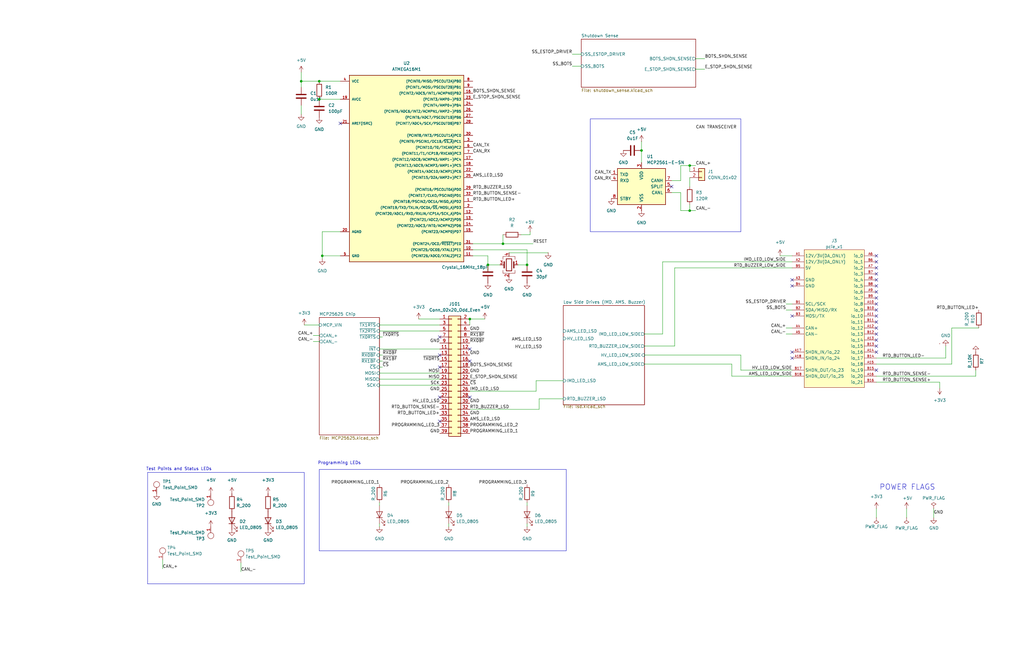
<source format=kicad_sch>
(kicad_sch (version 20231120) (generator "eeschema") (generator_version "8.0")
  (paper "B")
  (title_block (title "OEM Pi Hat Dashboard Schematic") (date "2022-11-06") (rev "1") (company "Olin Electric Motorsports") (comment 1 "Amanda Chang"))
  (junction (at 198.12 134.62))
  (junction (at 290.83 88.9))
  (junction (at 135.89 107.95))
  (junction (at 127 34.29))
  (junction (at 134.62 41.91))
  (junction (at 222.25 111.76))
  (junction (at 205.74 111.76))
  (junction (at 212.09 102.87))
  (junction (at 134.62 34.29))
  (junction (at 270.51 63.5))
  (junction (at 290.83 69.85))
  (no_connect (at 185.42 167.64))
  (no_connect (at 198.12 152.4))
  (no_connect (at 369.57 140.97))
  (no_connect (at 369.57 115.57))
  (no_connect (at 185.42 142.24))
  (no_connect (at 283.21 78.74))
  (no_connect (at 369.57 107.95))
  (no_connect (at 369.57 138.43))
  (no_connect (at 369.57 123.19))
  (no_connect (at 185.42 154.94))
  (no_connect (at 369.57 110.49))
  (no_connect (at 369.57 130.81))
  (no_connect (at 369.57 133.35))
  (no_connect (at 334.01 118.11))
  (no_connect (at 198.12 147.32))
  (no_connect (at 334.01 133.35))
  (no_connect (at 369.57 148.59))
  (no_connect (at 369.57 156.21))
  (no_connect (at 198.12 167.64))
  (no_connect (at 334.01 120.65))
  (no_connect (at 334.01 151.13))
  (no_connect (at 369.57 118.11))
  (no_connect (at 334.01 148.59))
  (no_connect (at 369.57 135.89))
  (no_connect (at 143.51 52.07))
  (no_connect (at 369.57 125.73))
  (no_connect (at 185.42 177.8))
  (no_connect (at 369.57 113.03))
  (no_connect (at 185.42 149.86))
  (no_connect (at 369.57 143.51))
  (no_connect (at 369.57 120.65))
  (no_connect (at 369.57 146.05))
  (no_connect (at 369.57 128.27))
  (wire (pts (xy 398.78 151.13) (xy 369.57 151.13)))
  (wire (pts (xy 204.47 134.62) (xy 198.12 134.62)))
  (wire (pts (xy 287.02 81.28) (xy 287.02 88.9)))
  (wire (pts (xy 227.33 168.275) (xy 227.33 172.72)))
  (wire (pts (xy 226.06 160.655) (xy 226.06 165.1)))
  (wire (pts (xy 290.83 86.36) (xy 290.83 88.9)))
  (wire (pts (xy 135.89 107.95) (xy 135.89 109.22)))
  (wire (pts (xy 284.48 113.03) (xy 334.01 113.03)))
  (wire (pts (xy 160.02 154.94) (xy 161.29 154.94)))
  (wire (pts (xy 222.25 105.41) (xy 199.39 105.41)))
  (wire (pts (xy 284.48 146.05) (xy 284.48 113.03)))
  (wire (pts (xy 308.61 158.75) (xy 334.01 158.75)))
  (wire (pts (xy 226.06 165.1) (xy 198.12 165.1)))
  (wire (pts (xy 241.3 22.86) (xy 245.11 22.86)))
  (wire (pts (xy 160.02 142.24) (xy 161.29 142.24)))
  (wire (pts (xy 143.51 97.79) (xy 135.89 97.79)))
  (wire (pts (xy 290.83 69.85) (xy 293.37 69.85)))
  (wire (pts (xy 293.37 29.21) (xy 297.18 29.21)))
  (wire (pts (xy 68.58 236.22) (xy 68.58 240.03)))
  (wire (pts (xy 219.71 99.06) (xy 223.52 99.06)))
  (wire (pts (xy 135.89 107.95) (xy 143.51 107.95)))
  (wire (pts (xy 271.78 140.97) (xy 279.4 140.97)))
  (wire (pts (xy 199.39 107.95) (xy 205.74 107.95)))
  (wire (pts (xy 283.21 81.28) (xy 287.02 81.28)))
  (wire (pts (xy 127 34.29) (xy 134.62 34.29)))
  (wire (pts (xy 334.01 130.81) (xy 331.47 130.81)))
  (wire (pts (xy 227.33 168.275) (xy 237.49 168.275)))
  (wire (pts (xy 222.25 212.09) (xy 222.25 213.36)))
  (wire (pts (xy 134.62 41.91) (xy 143.51 41.91)))
  (wire (pts (xy 270.51 63.5) (xy 270.51 68.58)))
  (wire (pts (xy 128.27 137.16) (xy 134.62 137.16)))
  (polyline (pts (xy 128.27 246.38) (xy 128.27 199.39)))
  (wire (pts (xy 189.23 212.09) (xy 189.23 213.36)))
  (wire (pts (xy 334.01 140.97) (xy 331.47 140.97)))
  (wire (pts (xy 382.27 218.44) (xy 382.27 214.63)))
  (wire (pts (xy 132.08 144.145) (xy 134.62 144.145)))
  (wire (pts (xy 222.25 220.98) (xy 222.25 222.25)))
  (wire (pts (xy 271.78 153.67) (xy 308.61 153.67)))
  (wire (pts (xy 160.02 157.48) (xy 185.42 157.48)))
  (wire (pts (xy 396.24 161.29) (xy 369.57 161.29)))
  (wire (pts (xy 293.37 24.765) (xy 297.18 24.765)))
  (wire (pts (xy 160.02 139.7) (xy 185.42 139.7)))
  (wire (pts (xy 312.42 149.86) (xy 312.42 156.21)))
  (wire (pts (xy 393.7 214.63) (xy 393.7 218.44)))
  (polyline (pts (xy 238.76 232.41) (xy 238.76 198.12)))
  (wire (pts (xy 189.23 220.98) (xy 189.23 222.25)))
  (wire (pts (xy 101.6 237.49) (xy 101.6 241.3)))
  (wire (pts (xy 160.02 149.86) (xy 161.29 149.86)))
  (wire (pts (xy 160.02 212.09) (xy 160.02 213.36)))
  (wire (pts (xy 271.78 149.86) (xy 312.42 149.86)))
  (wire (pts (xy 135.89 97.79) (xy 135.89 107.95)))
  (wire (pts (xy 212.09 102.87) (xy 224.79 102.87)))
  (wire (pts (xy 279.4 110.49) (xy 334.01 110.49)))
  (wire (pts (xy 127 34.29) (xy 127 36.83)))
  (wire (pts (xy 226.06 160.655) (xy 237.49 160.655)))
  (wire (pts (xy 312.42 156.21) (xy 334.01 156.21)))
  (wire (pts (xy 134.62 34.29) (xy 143.51 34.29)))
  (wire (pts (xy 290.83 88.9) (xy 293.37 88.9)))
  (wire (pts (xy 199.39 102.87) (xy 212.09 102.87)))
  (wire (pts (xy 160.02 160.02) (xy 185.42 160.02)))
  (wire (pts (xy 411.48 158.75) (xy 411.48 156.21)))
  (wire (pts (xy 279.4 140.97) (xy 279.4 110.49)))
  (wire (pts (xy 290.83 69.85) (xy 290.83 72.39)))
  (wire (pts (xy 205.74 111.76) (xy 210.82 111.76)))
  (wire (pts (xy 334.01 128.27) (xy 331.47 128.27)))
  (polyline (pts (xy 134.62 198.12) (xy 134.62 232.41)))
  (wire (pts (xy 160.02 147.32) (xy 185.42 147.32)))
  (wire (pts (xy 218.44 111.76) (xy 222.25 111.76)))
  (polyline (pts (xy 62.23 246.38) (xy 128.27 246.38)))
  (wire (pts (xy 160.02 152.4) (xy 161.29 152.4)))
  (wire (pts (xy 290.83 74.93) (xy 290.83 78.74)))
  (wire (pts (xy 205.74 111.76) (xy 205.74 114.3)))
  (wire (pts (xy 127 44.45) (xy 127 48.26)))
  (wire (pts (xy 214.63 106.68) (xy 231.14 106.68)))
  (wire (pts (xy 212.09 99.06) (xy 212.09 102.87)))
  (wire (pts (xy 132.08 141.605) (xy 134.62 141.605)))
  (wire (pts (xy 401.32 153.67) (xy 369.57 153.67)))
  (wire (pts (xy 160.02 162.56) (xy 185.42 162.56)))
  (wire (pts (xy 283.21 76.2) (xy 287.02 76.2)))
  (wire (pts (xy 222.25 111.76) (xy 222.25 105.41)))
  (wire (pts (xy 398.78 151.13) (xy 398.78 146.05)))
  (wire (pts (xy 160.02 220.98) (xy 160.02 222.25)))
  (wire (pts (xy 241.3 27.94) (xy 245.11 27.94)))
  (wire (pts (xy 287.02 76.2) (xy 287.02 69.85)))
  (wire (pts (xy 411.48 158.75) (xy 369.57 158.75)))
  (wire (pts (xy 127 30.48) (xy 127 34.29)))
  (wire (pts (xy 271.78 146.05) (xy 284.48 146.05)))
  (wire (pts (xy 198.12 134.62) (xy 198.12 137.16)))
  (wire (pts (xy 227.33 172.72) (xy 198.12 172.72)))
  (wire (pts (xy 223.52 99.06) (xy 223.52 97.79)))
  (wire (pts (xy 396.24 161.29) (xy 396.24 163.83)))
  (wire (pts (xy 270.51 59.69) (xy 270.51 63.5)))
  (polyline (pts (xy 128.27 199.39) (xy 62.23 199.39)))
  (wire (pts (xy 308.61 153.67) (xy 308.61 158.75)))
  (polyline (pts (xy 134.62 232.41) (xy 238.76 232.41)))
  (wire (pts (xy 176.53 134.62) (xy 185.42 134.62)))
  (wire (pts (xy 328.93 107.95) (xy 334.01 107.95)))
  (wire (pts (xy 287.02 88.9) (xy 290.83 88.9)))
  (wire (pts (xy 287.02 69.85) (xy 290.83 69.85)))
  (wire (pts (xy 205.74 107.95) (xy 205.74 111.76)))
  (wire (pts (xy 369.57 214.63) (xy 369.57 218.44)))
  (wire (pts (xy 401.32 138.43) (xy 412.75 138.43)))
  (wire (pts (xy 401.32 153.67) (xy 401.32 138.43)))
  (wire (pts (xy 160.02 137.16) (xy 185.42 137.16)))
  (wire (pts (xy 334.01 138.43) (xy 331.47 138.43)))
  (polyline (pts (xy 62.23 199.39) (xy 62.23 246.38)))
  (polyline (pts (xy 134.62 198.12) (xy 238.76 198.12)))
  (rectangle (start 248.92 50.165) (end 312.42 97.79))
  (text "Programming LEDs" (at 133.985 196.215 0) (effects (font (size 1.27 1.27)) (justify left bottom)))
  (text "POWER FLAGS\n" (at 370.84 207.01 0) (effects (font (size 2.2606 2.2606)) (justify left bottom)))
  (text "Test Points and Status LEDs\n" (at 61.595 198.755 0) (effects (font (size 1.27 1.27)) (justify left bottom)))
  (label "CAN_TX" (at 257.81 73.66 180))
  (label "RTD_BUTTON_SENSE-" (at 199.39 82.55 0))
  (label "MOSI" (at 185.42 157.48 180))
  (label "~{CS}" (at 198.12 162.56 0))
  (label "PROGRAMMING_LED_3" (at 222.25 204.47 180))
  (label "~{RX0BF}" (at 161.29 149.86 0))
  (label "RTD_BUTTON_SENSE-" (at 372.11 158.75 0))
  (label "PROGRAMMING_LED_3" (at 185.42 180.34 180))
  (label "~{TX0RTS}" (at 161.29 142.24 0))
  (label "HV_LED_LSD" (at 228.6 147.32 180))
  (label "E_STOP_SHDN_SENSE" (at 198.12 160.02 0))
  (label "CAN_-" (at 293.37 88.9 0))
  (label "BOTS_SHDN_SENSE" (at 199.39 39.37 0))
  (label "AMS_LED_LSD" (at 198.12 177.8 0))
  (label "RTD_BUZZER_LSD" (at 199.39 80.01 0))
  (label "E_STOP_SHDN_SENSE" (at 199.39 41.91 0))
  (label "BOTS_SHDN_SENSE" (at 198.12 154.94 0))
  (label "RTD_BUTTON_LED+" (at 185.42 175.26 180))
  (label "PROGRAMMING_LED_1" (at 160.02 204.47 180))
  (label "RESET" (at 224.79 102.87 0))
  (label "~{TX0RTS}" (at 185.42 152.4 180))
  (label "SS_BOTS" (at 331.47 130.81 180))
  (label "GND" (at 185.42 144.78 180))
  (label "GND" (at 198.12 139.7 0))
  (label "RTD_BUTTON_SENSE-" (at 185.42 172.72 180))
  (label "CAN TRANSCEIVER" (at 293.37 54.61 0))
  (label "SS_ESTOP_DRIVER" (at 331.47 128.27 180))
  (label "~{CS}" (at 161.29 154.94 0))
  (label "AMS_LED_LSD" (at 228.6 144.145 180))
  (label "~{RX1BF}" (at 161.29 152.4 0))
  (label "AMS_LED_LOW_SIDE" (at 334.01 158.75 180))
  (label "AMS_LED_LSD" (at 199.39 74.93 0))
  (label "MISO" (at 185.42 160.02 180))
  (label "GND" (at 198.12 157.48 0))
  (label "CAN_+" (at 132.08 141.605 180))
  (label "IMD_LED_LSD" (at 198.12 165.1 0))
  (label "RTD_BUTTON_LED+" (at 412.75 130.81 180))
  (label "GND" (at 198.12 170.18 0))
  (label "SS_BOTS" (at 241.3 27.94 180))
  (label "SS_ESTOP_DRIVER" (at 241.3 22.86 180))
  (label "PROGRAMMING_LED_1" (at 198.12 182.88 0))
  (label "RTD_BUZZER_LOW_SIDE" (at 331.47 113.03 180))
  (label "HV_LED_LOW_SIDE" (at 334.01 156.21 180))
  (label "SCK" (at 185.42 162.56 180))
  (label "GND" (at 198.12 149.86 0))
  (label "CAN_+" (at 331.47 138.43 180))
  (label "CAN_RX" (at 199.39 64.77 0))
  (label "CAN_-" (at 101.6 241.3 0))
  (label "BOTS_SHDN_SENSE" (at 297.18 24.765 0))
  (label "E_STOP_SHDN_SENSE" (at 297.18 29.21 0))
  (label "PROGRAMMING_LED_2" (at 189.23 204.47 180))
  (label "GND" (at 198.12 175.26 0))
  (label "IMD_LED_LOW_SIDE" (at 331.47 110.49 180))
  (label "~{RX1BF}" (at 198.12 142.24 0))
  (label "CAN_+" (at 293.37 69.85 0))
  (label "RTD_BUTTON_LED+" (at 199.39 85.09 0))
  (label "PROGRAMMING_LED_2" (at 198.12 180.34 0))
  (label "RTD_BUTTON_LED-" (at 372.11 151.13 0))
  (label "RTD_BUTTON_SENSE+" (at 372.11 161.29 0))
  (label "CAN_TX" (at 199.39 62.23 0))
  (label "RTD_BUZZER_LSD" (at 198.12 172.72 0))
  (label "GND" (at 185.42 182.88 180))
  (label "GND" (at 393.7 217.17 0))
  (label "CAN_+" (at 68.58 240.03 0))
  (label "GND" (at 185.42 165.1 180))
  (label "CAN_-" (at 132.08 144.145 180))
  (label "HV_LED_LSD" (at 185.42 170.18 180))
  (label "~{RX0BF}" (at 198.12 144.78 0))
  (label "CAN_-" (at 331.47 140.97 180))
  (label "CAN_RX" (at 257.81 76.2 180))
  (symbol (lib_id "power:GND") (at 393.7 218.44 0) (unit 1)
    (property "Reference" "#PWR?" (effects (hide yes)))
    (property "Value" "GND" (at 393.827 222.8342 0))
  )
  (symbol (lib_id "power:PWR_FLAG") (at 382.27 218.44 180) (unit 1)
    (property "Reference" "#FLG?" (effects (hide yes)))
    (property "Value" "PWR_FLAG" (at 382.27 222.8596 0))
  )
  (symbol (lib_name "PWR_FLAG_2") (lib_id "power:PWR_FLAG") (at 393.7 214.63 0) (unit 1)
    (property "Reference" "#FLG?" (effects (hide yes)))
    (property "Value" "PWR_FLAG" (at 393.7 210.2104 0))
  )
  (symbol (lib_id "power:+5V") (at 382.27 214.63 0) (unit 1)
    (property "Reference" "#PWR?" (effects (hide yes)))
    (property "Value" "+5V" (at 382.651 210.2358 0))
  )
  (symbol (lib_id "power:+3V3") (at 113.03 208.28 0) (unit 1)
    (property "Reference" "#PWR?" (effects (hide yes)))
    (property "Value" "+3V3" (at 113.03 202.565 0))
  )
  (symbol (lib_name "+3V3_5") (lib_id "power:+3V3") (at 88.9 222.25 0) (unit 1)
    (property "Reference" "#PWR?" (effects (hide yes)))
    (property "Value" "+3V3" (at 88.9 216.535 0))
  )
  (symbol (lib_id "Interface_CAN_LIN:MCP2561-E-SN") (at 270.51 78.74 0) (unit 1)
    (property "Reference" "U1" (at 272.7041 66.04 0) (effects (justify left)))
    (property "Value" "MCP2561-E-SN" (at 272.7041 68.58 0) (effects (justify left)))
    (property "Footprint" "Package_SO:SOIC-8_3.9x4.9mm_P1.27mm" (effects (hide yes)))
    (property "Datasheet" "http://ww1.microchip.com/downloads/en/DeviceDoc/25167A.pdf" (effects (hide yes)))
    (property "Description" "High-Speed CAN Transceiver, 1Mbps, 5V supply, SPLIT pin, -40C to +125C, SOIC-8" (effects (hide yes)))
  )
  (symbol (lib_id "OEM:Crystal_16MHz_18pF") (at 214.63 111.76 180) (unit 1)
    (property "Reference" "Y1" (effects (hide yes)))
    (property "Value" "Crystal_16MHz_18pF" (at 196.088 112.776 0))
    (property "Footprint" "OEM:Crystal_TXC7M" (effects (hide yes)))
    (property "Datasheet" "http://txccrystal.com/images/pdf/7m.pdf" (effects (hide yes)))
    (property "Description" "16MHz 18pF crystal" (effects (hide yes)))
    (property "MPN" "7M-16.000MAAJ-T" (effects (hide yes)))
    (property "MFN" "TXC" (effects (hide yes)))
    (property "DKPN" "887-1125-1-ND" (effects (hide yes)))
    (property "NewDesigns" "YES" (effects (hide yes)))
    (property "Stocked" "Tape" (effects (hide yes)))
    (property "Package" "Custom" (effects (hide yes)))
    (property "Style" "SMD" (effects (hide yes)))
  )
  (symbol (lib_name "+3V3_4") (lib_id "power:+3V3") (at 128.27 137.16 0) (unit 1)
    (property "Reference" "#PWR?" (effects (hide yes)))
    (property "Value" "+3V3" (at 128.27 132.08 0))
  )
  (symbol (lib_id "formula:LED_0805") (at 222.25 217.17 90) (unit 1)
    (property "Reference" "D6" (at 225.425 217.5001 90) (effects (justify right)))
    (property "Value" "LED_0805" (at 225.425 220.0401 90) (effects (justify right)))
    (property "Footprint" "footprints:LED_0805_OEM" (effects (hide yes)))
    (property "Datasheet" "http://www.osram-os.com/Graphics/XPic9/00078860_0.pdf" (effects (hide yes)))
    (property "MFN" "DK" (effects (hide yes)))
    (property "MPN" "475-1410-1-ND" (effects (hide yes)))
    (property "PurchasingLink" "https://www.digikey.com/products/en?keywords=475-1410-1-ND" (effects (hide yes)))
  )
  (symbol (lib_name "+5V_6") (lib_id "power:+5V") (at 223.52 97.79 0) (unit 1)
    (property "Reference" "#PWR?" (effects (hide yes)))
    (property "Value" "+5V" (at 223.266 93.726 0))
    (property "Description" "Power symbol creates a global label with name \"+5V\"" (effects (hide yes)))
  )
  (symbol (lib_name "GND_9") (lib_id "power:GND") (at 97.79 223.52 0) (unit 1)
    (property "Reference" "#PWR?" (effects (hide yes)))
    (property "Value" "GND" (at 97.79 227.965 0))
  )
  (symbol (lib_name "GND_14") (lib_id "power:GND") (at 205.74 119.38 0) (unit 1)
    (property "Reference" "#PWR?" (effects (hide yes)))
    (property "Value" "GND" (at 205.74 124.46 0))
    (property "Description" "Power symbol creates a global label with name \"GND\" , ground" (effects (hide yes)))
  )
  (symbol (lib_id "formula:LED_0805") (at 189.23 217.17 90) (unit 1)
    (property "Reference" "D5" (at 192.405 217.5001 90) (effects (justify right)))
    (property "Value" "LED_0805" (at 192.405 220.0401 90) (effects (justify right)))
    (property "Footprint" "footprints:LED_0805_OEM" (effects (hide yes)))
    (property "Datasheet" "http://www.osram-os.com/Graphics/XPic9/00078860_0.pdf" (effects (hide yes)))
    (property "MFN" "DK" (effects (hide yes)))
    (property "MPN" "475-1410-1-ND" (effects (hide yes)))
    (property "PurchasingLink" "https://www.digikey.com/products/en?keywords=475-1410-1-ND" (effects (hide yes)))
  )
  (symbol (lib_name "GND_1") (lib_id "power:GND") (at 411.48 148.59 180) (unit 1)
    (property "Reference" "#PWR?" (effects (hide yes)))
    (property "Value" "GND" (effects (hide yes)))
  )
  (symbol (lib_id "formula:R_10K") (at 411.48 152.4 180) (unit 1)
    (property "Reference" "R7" (at 414.02 152.4 90))
    (property "Value" "R_10K" (at 408.94 152.4 90))
    (property "Footprint" "Resistor_SMD:R_0603_1608Metric_Pad0.98x0.95mm_HandSolder" (effects (hide yes)))
    (property "Datasheet" "http://www.bourns.com/data/global/pdfs/CRS.pdf" (effects (hide yes)))
    (property "MFN" "DK" (effects (hide yes)))
    (property "MPN" "CRS0805-FX-1002ELFCT-ND" (effects (hide yes)))
    (property "PurchasingLink" "https://www.digikey.com/products/en?keywords=CRS0805-FX-1002ELFCT-ND" (effects (hide yes)))
  )
  (symbol (lib_name "GND_12") (lib_id "power:GND") (at 134.62 49.53 0) (unit 1)
    (property "Reference" "#PWR?" (effects (hide yes)))
    (property "Value" "GND" (at 134.62 54.61 0))
    (property "Description" "Power symbol creates a global label with name \"GND\" , ground" (effects (hide yes)))
  )
  (symbol (lib_id "Device:R") (at 215.9 99.06 270) (unit 1)
    (property "Reference" "R2" (at 215.9 92.71 90))
    (property "Value" "R" (at 215.9 95.25 90))
    (property "Description" "Resistor" (effects (hide yes)))
  )
  (symbol (lib_name "GND_19") (lib_id "power:GND") (at 257.81 83.82 0) (unit 1)
    (property "Reference" "#PWR?" (effects (hide yes)))
    (property "Value" "GND" (at 257.81 88.9 0))
    (property "Description" "Power symbol creates a global label with name \"GND\" , ground" (effects (hide yes)))
  )
  (symbol (lib_name "+5V_3") (lib_id "power:+5V") (at 204.47 134.62 0) (unit 1)
    (property "Reference" "#PWR?" (effects (hide yes)))
    (property "Value" "+5V" (at 204.47 129.54 0))
  )
  (symbol (lib_name "+5V_5") (lib_id "power:+5V") (at 127 30.48 0) (unit 1)
    (property "Reference" "#PWR?" (effects (hide yes)))
    (property "Value" "+5V" (at 127 25.4 0))
    (property "Description" "Power symbol creates a global label with name \"+5V\"" (effects (hide yes)))
  )
  (symbol (lib_name "GND_18") (lib_id "power:GND") (at 270.51 88.9 0) (unit 1)
    (property "Reference" "#PWR?" (effects (hide yes)))
    (property "Value" "GND" (at 270.51 93.98 0))
    (property "Description" "Power symbol creates a global label with name \"GND\" , ground" (effects (hide yes)))
  )
  (symbol (lib_name "GND_6") (lib_id "power:GND") (at 222.25 222.25 0) (unit 1)
    (property "Reference" "#PWR?" (effects (hide yes)))
    (property "Value" "GND" (at 222.25 227.33 0))
  )
  (symbol (lib_name "GND_20") (lib_id "power:GND") (at 262.89 63.5 0) (unit 1)
    (property "Reference" "#PWR?" (effects (hide yes)))
    (property "Value" "GND" (at 262.89 68.58 0))
    (property "Description" "Power symbol creates a global label with name \"GND\" , ground" (effects (hide yes)))
  )
  (symbol (lib_name "GND_13") (lib_id "power:GND") (at 135.89 109.22 0) (unit 1)
    (property "Reference" "#PWR?" (effects (hide yes)))
    (property "Value" "GND" (at 135.89 114.3 0))
    (property "Description" "Power symbol creates a global label with name \"GND\" , ground" (effects (hide yes)))
  )
  (symbol (lib_id "formula:R_200") (at 412.75 134.62 0) (unit 1)
    (property "Reference" "R10" (at 410.21 134.62 90))
    (property "Value" "R_200" (at 407.67 134.62 90))
    (property "Footprint" "Resistor_SMD:R_0603_1608Metric_Pad0.98x0.95mm_HandSolder" (effects (hide yes)))
    (property "Datasheet" "https://www.seielect.com/Catalog/SEI-RMCF_RMCP.pdf" (effects (hide yes)))
    (property "MFN" "DK" (effects (hide yes)))
    (property "MPN" "RMCF0805JT200RCT-ND" (effects (hide yes)))
    (property "PurchasingLink" "https://www.digikey.com/products/en?keywords=RMCF0805JT200RCT-ND" (effects (hide yes)))
  )
  (symbol (lib_id "formula:Test_Point_SMD") (at 68.58 234.95 0) (unit 1)
    (property "Reference" "TP4" (at 70.485 231.1399 0) (effects (justify left)))
    (property "Value" "Test_Point_SMD" (at 70.485 233.6799 0) (effects (justify left)))
    (property "Footprint" "footprints:Test_Point_SMD" (effects (hide yes)))
  )
  (symbol (lib_id "formula:LED_0805") (at 160.02 217.17 90) (unit 1)
    (property "Reference" "D4" (at 163.195 217.5001 90) (effects (justify right)))
    (property "Value" "LED_0805" (at 163.195 220.0401 90) (effects (justify right)))
    (property "Footprint" "footprints:LED_0805_OEM" (effects (hide yes)))
    (property "Datasheet" "http://www.osram-os.com/Graphics/XPic9/00078860_0.pdf" (effects (hide yes)))
    (property "MFN" "DK" (effects (hide yes)))
    (property "MPN" "475-1410-1-ND" (effects (hide yes)))
    (property "PurchasingLink" "https://www.digikey.com/products/en?keywords=475-1410-1-ND" (effects (hide yes)))
  )
  (symbol (lib_id "OEM:LED_WHITE") (at 97.79 219.71 90) (unit 1)
    (property "Reference" "D2" (at 100.965 220.0401 90) (effects (justify right)))
    (property "Value" "LED_0805" (at 100.965 222.5801 90) (effects (justify right)))
    (property "Footprint" "OEM:CHIPLED_0805" (effects (hide yes)))
    (property "MFN" "DK" (effects (hide yes)))
    (property "MPN" "475-1410-1-ND" (effects (hide yes)))
    (property "PurchasingLink" "https://www.digikey.com/products/en?keywords=475-1410-1-ND" (effects (hide yes)))
  )
  (symbol (lib_name "GND_5") (lib_id "power:GND") (at 189.23 222.25 0) (unit 1)
    (property "Reference" "#PWR?" (effects (hide yes)))
    (property "Value" "GND" (at 189.23 227.33 0))
  )
  (symbol (lib_id "Connector_Generic:Conn_02x20_Odd_Even") (at 190.5 157.48 0) (unit 1)
    (property "Reference" "J101" (at 191.77 128.27 0))
    (property "Value" "Conn_02x20_Odd_Even" (at 191.77 130.81 0))
    (property "Footprint" "footprints:SULLINS_SFH11-PBPC-D20-ST-BK" (effects (hide yes)))
    (property "MPN" "SFH11-PBPC-D20-ST-BK" (effects (hide yes)))
  )
  (symbol (lib_name "+5V_4") (lib_id "power:+5V") (at 328.93 107.95 0) (unit 1)
    (property "Reference" "#PWR?" (effects (hide yes)))
    (property "Value" "+5V" (at 328.93 102.235 0))
  )
  (symbol (lib_id "OEM:30pF") (at 205.74 115.57 0) (unit 1)
    (property "Reference" "C3" (effects (hide yes)))
    (property "Value" "30pF" (effects (hide yes)))
    (property "Footprint" "OEM:C_0603" (effects (hide yes)))
    (property "Datasheet" "https://www.seielect.com/Catalog/SEI-CML.PDF" (effects (hide yes)))
    (property "Description" "Unpolarized capacitor 30pf 5% 50V C0G NP0 0603" (effects (hide yes)))
    (property "MPN" "CML0603C0G300JT50V" (effects (hide yes)))
    (property "MFN" "Stackpole Electronics" (effects (hide yes)))
    (property "DKPN" "738-CML0603C0G300JT50VDKR-ND" (effects (hide yes)))
    (property "NewDesigns" "YES" (effects (hide yes)))
    (property "Stocked" "Digi-Reel" (effects (hide yes)))
    (property "Package" "0603" (effects (hide yes)))
    (property "Style" "SMD" (effects (hide yes)))
  )
  (symbol (lib_id "OEM:LED_WHITE") (at 113.03 219.71 90) (unit 1)
    (property "Reference" "D3" (at 116.205 220.0401 90) (effects (justify right)))
    (property "Value" "LED_0805" (at 116.205 222.5801 90) (effects (justify right)))
    (property "Footprint" "OEM:CHIPLED_0805" (effects (hide yes)))
    (property "MFN" "DK" (effects (hide yes)))
    (property "MPN" "475-1410-1-ND" (effects (hide yes)))
    (property "PurchasingLink" "https://www.digikey.com/products/en?keywords=475-1410-1-ND" (effects (hide yes)))
  )
  (symbol (lib_name "GND_4") (lib_id "power:GND") (at 113.03 223.52 0) (unit 1)
    (property "Reference" "#PWR?" (effects (hide yes)))
    (property "Value" "GND" (at 113.03 227.965 0))
  )
  (symbol (lib_id "formula:R_200") (at 189.23 208.28 0) (unit 1)
    (property "Reference" "R8" (at 191.77 208.28 90))
    (property "Value" "R_200" (at 186.69 208.28 90))
    (property "Footprint" "Resistor_SMD:R_0603_1608Metric_Pad0.98x0.95mm_HandSolder" (effects (hide yes)))
    (property "Datasheet" "https://www.seielect.com/Catalog/SEI-RMCF_RMCP.pdf" (effects (hide yes)))
    (property "MFN" "DK" (effects (hide yes)))
    (property "MPN" "RMCF0805JT200RCT-ND" (effects (hide yes)))
    (property "PurchasingLink" "https://www.digikey.com/products/en?keywords=RMCF0805JT200RCT-ND" (effects (hide yes)))
  )
  (symbol (lib_id "formula:R_200") (at 113.03 212.09 0) (unit 1)
    (property "Reference" "R5" (at 114.935 210.8199 0) (effects (justify left)))
    (property "Value" "R_200" (at 114.935 213.3599 0) (effects (justify left)))
    (property "Footprint" "Resistor_SMD:R_0603_1608Metric_Pad0.98x0.95mm_HandSolder" (effects (hide yes)))
    (property "Datasheet" "https://www.seielect.com/Catalog/SEI-RMCF_RMCP.pdf" (effects (hide yes)))
    (property "MFN" "DK" (effects (hide yes)))
    (property "MPN" "RMCF0805JT200RCT-ND" (effects (hide yes)))
    (property "PurchasingLink" "https://www.digikey.com/products/en?keywords=RMCF0805JT200RCT-ND" (effects (hide yes)))
  )
  (symbol (lib_id "OEM:120R") (at 290.83 82.55 0) (unit 1)
    (property "Reference" "R3" (at 293.37 81.2799 0) (effects (justify left)))
    (property "Value" "120R" (at 293.37 83.8199 0) (effects (justify left)))
    (property "Footprint" "OEM:R_0603" (effects (hide yes)))
    (property "Datasheet" "https://www.yageo.com/upload/media/product/productsearch/datasheet/rchip/PYu-RC_Group_51_RoHS_L_12.pdf" (effects (hide yes)))
    (property "Description" "Resistor 120 ohm 0603 1/10W 1%" (effects (hide yes)))
    (property "MPN" "RC0603FR-13120RL" (effects (hide yes)))
    (property "MFN" "Yageo" (effects (hide yes)))
    (property "DKPN" "13-RC0603FR-13120RLDKR-ND" (effects (hide yes)))
    (property "Package" "0603" (effects (hide yes)))
    (property "NewDesigns" "YES" (effects (hide yes)))
    (property "Stocked" "Digi-Reel" (effects (hide yes)))
    (property "Style" "SMD" (effects (hide yes)))
  )
  (symbol (lib_name "GND_11") (lib_id "power:GND") (at 127 48.26 0) (unit 1)
    (property "Reference" "#PWR?" (effects (hide yes)))
    (property "Value" "GND" (at 127 53.34 0))
    (property "Description" "Power symbol creates a global label with name \"GND\" , ground" (effects (hide yes)))
  )
  (symbol (lib_id "formula:R_200") (at 160.02 208.28 0) (unit 1)
    (property "Reference" "R6" (at 162.56 208.28 90))
    (property "Value" "R_200" (at 157.48 208.28 90))
    (property "Footprint" "Resistor_SMD:R_0603_1608Metric_Pad0.98x0.95mm_HandSolder" (effects (hide yes)))
    (property "Datasheet" "https://www.seielect.com/Catalog/SEI-RMCF_RMCP.pdf" (effects (hide yes)))
    (property "MFN" "DK" (effects (hide yes)))
    (property "MPN" "RMCF0805JT200RCT-ND" (effects (hide yes)))
    (property "PurchasingLink" "https://www.digikey.com/products/en?keywords=RMCF0805JT200RCT-ND" (effects (hide yes)))
  )
  (symbol (lib_id "formula:R_200") (at 222.25 208.28 0) (unit 1)
    (property "Reference" "R9" (at 224.79 208.28 90))
    (property "Value" "R_200" (at 219.71 208.28 90))
    (property "Footprint" "Resistor_SMD:R_0603_1608Metric_Pad0.98x0.95mm_HandSolder" (effects (hide yes)))
    (property "Datasheet" "https://www.seielect.com/Catalog/SEI-RMCF_RMCP.pdf" (effects (hide yes)))
    (property "MFN" "DK" (effects (hide yes)))
    (property "MPN" "RMCF0805JT200RCT-ND" (effects (hide yes)))
    (property "PurchasingLink" "https://www.digikey.com/products/en?keywords=RMCF0805JT200RCT-ND" (effects (hide yes)))
  )
  (symbol (lib_name "+5V_2") (lib_id "power:+5V") (at 88.9 208.28 0) (unit 1)
    (property "Reference" "#PWR?" (effects (hide yes)))
    (property "Value" "+5V" (at 88.9 202.565 0))
  )
  (symbol (lib_id "formula:Test_Point_SMD") (at 66.04 207.01 0) (unit 1)
    (property "Reference" "TP1" (at 68.58 203.1999 0) (effects (justify left)))
    (property "Value" "Test_Point_SMD" (at 68.58 205.7399 0) (effects (justify left)))
    (property "Footprint" "footprints:Test_Point_SMD" (effects (hide yes)))
  )
  (symbol (lib_id "OEM:pcie_x1") (at 351.79 132.08 0) (unit 1)
    (property "Reference" "J3" (at 351.79 101.6 0))
    (property "Value" "pcie_x1" (at 351.79 104.14 0))
    (property "Footprint" "OEM:te_pcie_x1_connector" (effects (hide yes)))
    (property "Datasheet" "https://www.te.com/commerce/DocumentDelivery/DDEController?Action=showdoc&DocId=Data+Sheet%7F4-1773442-7%7F0308%7Fpdf%7FEnglish%7FENG_DS_4-1773442-7_0308.pdf%7F2-1761465-1" (effects (hide yes)))
    (property "Description" "Interface used to connect daugterboards to Mk.VII's motherboards" (effects (hide yes)))
  )
  (symbol (lib_name "GND_3") (lib_id "power:GND") (at 66.04 208.28 0) (unit 1)
    (property "Reference" "#PWR?" (effects (hide yes)))
    (property "Value" "GND" (at 66.04 212.725 0))
  )
  (symbol (lib_name "+3V3_2") (lib_id "power:+3V3") (at 369.57 214.63 0) (unit 1)
    (property "Reference" "#PWR?" (effects (hide yes)))
    (property "Value" "+3V3" (at 369.57 209.55 0))
  )
  (symbol (lib_id "OEM:100pF") (at 134.62 45.72 0) (unit 1)
    (property "Reference" "C2" (at 138.43 44.4499 0) (effects (justify left)))
    (property "Value" "100pF" (at 138.43 46.9899 0) (effects (justify left)))
    (property "Footprint" "OEM:C_0603" (effects (hide yes)))
    (property "Datasheet" "${OEM_DIR}/parts/datasheets" (effects (hide yes)))
    (property "Description" "Unpolarized capacitor 100pf 1% 100V  0603 C0G/NP0" (effects (hide yes)))
    (property "MPN" "0603N101F101CT" (effects (hide yes)))
    (property "MFN" "Walsin Technology" (effects (hide yes)))
    (property "DKPN" "1292-1472-6-ND" (effects (hide yes)))
    (property "NewDesigns" "YES" (effects (hide yes)))
    (property "Stocked" "Digi-Reel" (effects (hide yes)))
    (property "Package" "0603" (effects (hide yes)))
    (property "Style" "SMD" (effects (hide yes)))
  )
  (symbol (lib_id "OEM:CONN_01x02") (at 295.91 72.39 0) (unit 1)
    (property "Reference" "J1" (at 298.45 72.3899 0) (effects (justify left)))
    (property "Value" "CONN_01x02" (at 298.45 74.9299 0) (effects (justify left)))
    (property "Footprint" "footprints:pinheader_1x2" (effects (hide yes)))
    (property "Description" "CONN HEADER 2 POS 2.54mm" (effects (hide yes)))
    (property "MPN" "PH1-02-UA" (effects (hide yes)))
    (property "MFN" "Adam Tech" (effects (hide yes)))
    (property "DKPN" "2057-PH1-02-UA-ND" (effects (hide yes)))
    (property "NewDesigns" "YES" (effects (hide yes)))
    (property "Stocked" "Bulk" (effects (hide yes)))
    (property "Package" "2.54mm pin header" (effects (hide yes)))
    (property "Style" "THT" (effects (hide yes)))
    (property "MatesWith" "S9337-ND" (effects (hide yes)))
  )
  (symbol (lib_id "OEM:0u1F") (at 266.7 63.5 270) (unit 1)
    (property "Reference" "C5" (at 266.7 55.88 90))
    (property "Value" "0u1F" (at 266.7 58.42 90))
    (property "Footprint" "OEM:C_0603" (effects (hide yes)))
    (property "Datasheet" "${OEM_DIR}/parts/datasheets/samsung_CL10B104KB8NNWC.pdf" (effects (hide yes)))
    (property "Description" "Unpolarized capacitor 0.1uF 50V X7R 0603" (effects (hide yes)))
    (property "MPN" "CL10B104KB8NNWC" (effects (hide yes)))
    (property "MFN" "Samsung Electro-Mechanics" (effects (hide yes)))
    (property "DKPN" "1276-1935-2-ND" (effects (hide yes)))
    (property "Package" "0603" (effects (hide yes)))
    (property "Stocked" "Reel" (effects (hide yes)))
    (property "NewDesigns" "YES" (effects (hide yes)))
    (property "Style" "SMD" (effects (hide yes)))
  )
  (symbol (lib_id "formula:R_200") (at 97.79 212.09 0) (unit 1)
    (property "Reference" "R4" (at 99.695 210.8199 0) (effects (justify left)))
    (property "Value" "R_200" (at 99.695 213.3599 0) (effects (justify left)))
    (property "Footprint" "Resistor_SMD:R_0603_1608Metric_Pad0.98x0.95mm_HandSolder" (effects (hide yes)))
    (property "Datasheet" "https://www.seielect.com/Catalog/SEI-RMCF_RMCP.pdf" (effects (hide yes)))
    (property "MFN" "DK" (effects (hide yes)))
    (property "MPN" "RMCF0805JT200RCT-ND" (effects (hide yes)))
    (property "PurchasingLink" "https://www.digikey.com/products/en?keywords=RMCF0805JT200RCT-ND" (effects (hide yes)))
  )
  (symbol (lib_name "GND_7") (lib_id "power:GND") (at 398.78 146.05 180) (unit 1)
    (property "Reference" "#PWR?" (effects (hide yes)))
    (property "Value" "GND" (at 398.78 141.605 0))
  )
  (symbol (lib_id "OEM:ATMEGA16M1") (at 171.45 77.47 0) (unit 1)
    (property "Reference" "U2" (at 171.45 26.67 0))
    (property "Value" "ATMEGA16M1" (at 171.45 29.21 0))
    (property "Footprint" "footprints:TQFP-32_7x7mm_Pitch0.8mm" (effects (hide yes)))
    (property "Description" "Microcontroller, 8-bit, 1KB RAM, 16KB Flash" (effects (hide yes)))
    (property "MPN" "ATMEGA16M1-AU" (effects (hide yes)))
    (property "MFN" "Microchip" (effects (hide yes)))
    (property "DKPN" "SAMPLE:atmega16m1-au" (effects (hide yes)))
    (property "NewDesigns" "YES" (effects (hide yes)))
    (property "Stocked" "No" (effects (hide yes)))
    (property "Package" "32-TQFP" (effects (hide yes)))
    (property "Style" "SMD" (effects (hide yes)))
  )
  (symbol (lib_id "OEM:30pF") (at 222.25 115.57 0) (unit 1)
    (property "Reference" "C4" (at 226.06 114.2999 0) (effects (justify left)))
    (property "Value" "30pF" (at 226.06 116.8399 0) (effects (justify left)))
    (property "Footprint" "OEM:C_0603" (effects (hide yes)))
    (property "Datasheet" "https://www.seielect.com/Catalog/SEI-CML.PDF" (effects (hide yes)))
    (property "Description" "Unpolarized capacitor 30pf 5% 50V C0G NP0 0603" (effects (hide yes)))
    (property "MPN" "CML0603C0G300JT50V" (effects (hide yes)))
    (property "MFN" "Stackpole Electronics" (effects (hide yes)))
    (property "DKPN" "738-CML0603C0G300JT50VDKR-ND" (effects (hide yes)))
    (property "NewDesigns" "YES" (effects (hide yes)))
    (property "Stocked" "Digi-Reel" (effects (hide yes)))
    (property "Package" "0603" (effects (hide yes)))
    (property "Style" "SMD" (effects (hide yes)))
  )
  (symbol (lib_name "GND_15") (lib_id "power:GND") (at 222.25 119.38 0) (unit 1)
    (property "Reference" "#PWR?" (effects (hide yes)))
    (property "Value" "GND" (at 222.25 124.46 0))
    (property "Description" "Power symbol creates a global label with name \"GND\" , ground" (effects (hide yes)))
  )
  (symbol (lib_name "GND_17") (lib_id "power:GND") (at 214.63 116.84 0) (unit 1)
    (property "Reference" "#PWR?" (effects (hide yes)))
    (property "Value" "GND" (at 214.63 121.92 0))
    (property "Description" "Power symbol creates a global label with name \"GND\" , ground" (effects (hide yes)))
  )
  (symbol (lib_name "+5V_1") (lib_id "power:+5V") (at 97.79 208.28 0) (unit 1)
    (property "Reference" "#PWR?" (effects (hide yes)))
    (property "Value" "+5V" (at 97.79 202.565 0))
  )
  (symbol (lib_name "+3V3_1") (lib_id "power:+3V3") (at 176.53 134.62 0) (unit 1)
    (property "Reference" "#PWR?" (effects (hide yes)))
    (property "Value" "+3V3" (at 176.53 129.54 0))
  )
  (symbol (lib_name "GND_2") (lib_id "power:GND") (at 160.02 222.25 0) (unit 1)
    (property "Reference" "#PWR?" (effects (hide yes)))
    (property "Value" "GND" (at 160.02 227.33 0))
  )
  (symbol (lib_id "OEM:100R") (at 134.62 38.1 0) (unit 1)
    (property "Reference" "R1" (at 137.16 36.8299 0) (effects (justify left)))
    (property "Value" "100R" (at 137.16 39.3699 0) (effects (justify left)))
    (property "Footprint" "OEM:R_0603" (effects (hide yes)))
    (property "Datasheet" "${OEM_DIR}/parts/datasheets/stackpole_RMCF_RMCP.pdf" (effects (hide yes)))
    (property "Description" "Resistor 100 ohms 0603 1/10W 1%" (effects (hide yes)))
    (property "MPN" "RMCF0603FT100R" (effects (hide yes)))
    (property "MFN" "Stackpole Electronics" (effects (hide yes)))
    (property "DKPN" "RMCF0603FT100RTR-ND" (effects (hide yes)))
    (property "NewDesigns" "YES" (effects (hide yes)))
    (property "Stocked" "Reel" (effects (hide yes)))
    (property "Package" "0603" (effects (hide yes)))
    (property "Style" "SMD" (effects (hide yes)))
  )
  (symbol (lib_id "formula:Test_Point_SMD") (at 88.9 209.55 180) (unit 1)
    (property "Reference" "TP2" (at 86.36 213.3601 0) (effects (justify left)))
    (property "Value" "Test_Point_SMD" (at 86.36 210.8201 0) (effects (justify left)))
    (property "Footprint" "footprints:Test_Point_SMD" (effects (hide yes)))
  )
  (symbol (lib_name "GND_16") (lib_id "power:GND") (at 231.14 106.68 0) (unit 1)
    (property "Reference" "#PWR?" (effects (hide yes)))
    (property "Value" "GND" (at 231.14 111.76 0))
    (property "Description" "Power symbol creates a global label with name \"GND\" , ground" (effects (hide yes)))
  )
  (symbol (lib_name "+3V3_3") (lib_id "power:+3V3") (at 396.24 163.83 180) (unit 1)
    (property "Reference" "#PWR?" (effects (hide yes)))
    (property "Value" "+3V3" (at 396.24 168.91 0))
  )
  (symbol (lib_name "+5V_7") (lib_id "power:+5V") (at 270.51 59.69 0) (unit 1)
    (property "Reference" "#PWR?" (effects (hide yes)))
    (property "Value" "+5V" (at 270.51 54.61 0))
    (property "Description" "Power symbol creates a global label with name \"+5V\"" (effects (hide yes)))
  )
  (symbol (lib_name "PWR_FLAG_1") (lib_id "power:PWR_FLAG") (at 369.57 218.44 180) (unit 1)
    (property "Reference" "#FLG?" (effects (hide yes)))
    (property "Value" "PWR_FLAG" (at 369.57 222.25 0))
  )
  (symbol (lib_id "OEM:0u1F") (at 127 40.64 0) (unit 1)
    (property "Reference" "C1" (at 130.81 39.3699 0) (effects (justify left)))
    (property "Value" "0u1F" (at 130.81 41.9099 0) (effects (justify left)))
    (property "Footprint" "OEM:C_0603" (effects (hide yes)))
    (property "Datasheet" "${OEM_DIR}/parts/datasheets/samsung_CL10B104KB8NNWC.pdf" (effects (hide yes)))
    (property "Description" "Unpolarized capacitor 0.1uF 50V X7R 0603" (effects (hide yes)))
    (property "MPN" "CL10B104KB8NNWC" (effects (hide yes)))
    (property "MFN" "Samsung Electro-Mechanics" (effects (hide yes)))
    (property "DKPN" "1276-1935-2-ND" (effects (hide yes)))
    (property "Package" "0603" (effects (hide yes)))
    (property "Stocked" "Reel" (effects (hide yes)))
    (property "NewDesigns" "YES" (effects (hide yes)))
    (property "Style" "SMD" (effects (hide yes)))
  )
  (symbol (lib_id "formula:Test_Point_SMD") (at 101.6 236.22 0) (unit 1)
    (property "Reference" "TP5" (at 103.505 232.4099 0) (effects (justify left)))
    (property "Value" "Test_Point_SMD" (at 103.505 234.9499 0) (effects (justify left)))
    (property "Footprint" "footprints:Test_Point_SMD" (effects (hide yes)))
  )
  (symbol (lib_id "formula:Test_Point_SMD") (at 88.9 223.52 180) (unit 1)
    (property "Reference" "TP3" (at 86.36 227.3301 0) (effects (justify left)))
    (property "Value" "Test_Point_SMD" (at 86.36 224.7901 0) (effects (justify left)))
    (property "Footprint" "footprints:Test_Point_SMD" (effects (hide yes)))
  )
  (sheet (at 134.62 133.985) (size 25.4 49.53) (stroke (width 0.1524))
    (property "Sheetname" "MCP25625 Chip" (at 134.62 133.2734 0) (effects (justify left bottom)))
    (property "Sheetfile" "MCP25625.kicad_sch" (at 134.62 184.0996 0) (effects (justify left top)))
    (pin "MCP_VIN" input (at 134.62 137.16 180))
    (pin "~{RX1BF}" input (at 160.02 152.4 0))
    (pin "~{TX1RTS}" input (at 160.02 137.16 0))
    (pin "~{INT}" input (at 160.02 147.32 0))
    (pin "~{RX0BF}" input (at 160.02 149.86 0))
    (pin "~{TX0RTS}" input (at 160.02 142.24 0))
    (pin "~{TX2RTS}" input (at 160.02 139.7 0))
    (pin "~{CS}" input (at 160.02 154.94 0))
    (pin "SCK" input (at 160.02 162.56 0))
    (pin "MOSI" input (at 160.02 157.48 0))
    (pin "CAN_-" output (at 134.62 144.145 180))
    (pin "CAN_+" output (at 134.62 141.605 180))
    (pin "MISO" output (at 160.02 160.02 0))
  )
  (sheet (at 237.49 128.905) (size 34.29 41.91) (stroke (width 0.1524))
    (property "Sheetname" "Low Side Drives (IMD, AMS, Buzzer)" (at 237.49 128.1934 0) (effects (justify left bottom)))
    (property "Sheetfile" "lsd.kicad_sch" (at 237.49 170.7646 0) (effects (justify left top)))
    (pin "IMD_LED_LSD" input (at 237.49 160.655 180))
    (pin "AMS_LED_LOW_SIDE" output (at 271.78 153.67 0))
    (pin "IMD_LED_LOW_SIDE" output (at 271.78 140.97 0))
    (pin "AMS_LED_LSD" input (at 237.49 139.7 180))
    (pin "RTD_BUZZER_LSD" input (at 237.49 168.275 180))
    (pin "RTD_BUZZER_LOW_SIDE" output (at 271.78 146.05 0))
    (pin "HV_LED_LSD" input (at 237.49 142.875 180))
    (pin "HV_LED_LOW_SIDE" input (at 271.78 149.86 0))
  )
  (sheet (at 245.11 16.51) (size 48.26 20.32) (stroke (width 0.1524))
    (property "Sheetname" "Shutdown Sense" (at 245.11 15.7984 0) (effects (justify left bottom)))
    (property "Sheetfile" "shutdown_sense.kicad_sch" (at 245.11 37.4146 0) (effects (justify left top)))
    (pin "SS_ESTOP_DRIVER" input (at 245.11 22.86 180))
    (pin "SS_BOTS" input (at 245.11 27.94 180))
    (pin "BOTS_SHDN_SENSE" output (at 293.37 24.765 0))
    (pin "E_STOP_SHDN_SENSE" output (at 293.37 29.21 0))
  )
)
</source>
